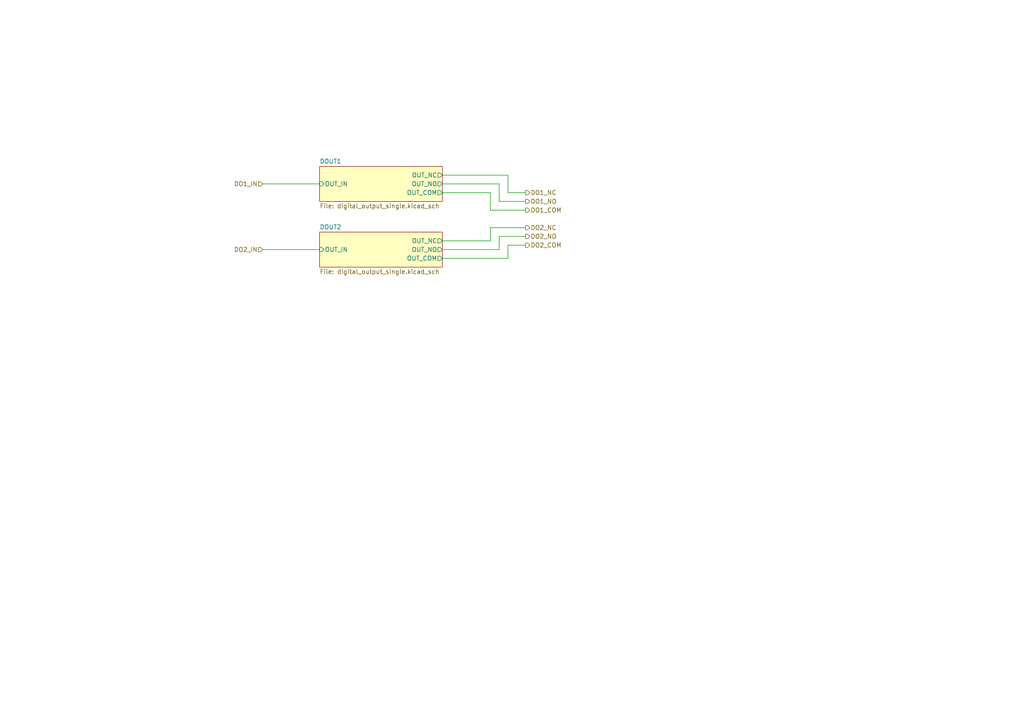
<source format=kicad_sch>
(kicad_sch
	(version 20231120)
	(generator "eeschema")
	(generator_version "8.0")
	(uuid "5c45ffd2-ec52-45f9-9504-6a5dea9be9ee")
	(paper "A4")
	(lib_symbols)
	(wire
		(pts
			(xy 128.27 50.8) (xy 147.32 50.8)
		)
		(stroke
			(width 0)
			(type default)
		)
		(uuid "10db2986-585f-42f6-9aa4-b1ed654c6efa")
	)
	(wire
		(pts
			(xy 142.24 69.85) (xy 142.24 66.04)
		)
		(stroke
			(width 0)
			(type default)
		)
		(uuid "147938d2-26c8-4e83-ab0d-5fea4f69d39e")
	)
	(wire
		(pts
			(xy 76.2 53.34) (xy 92.71 53.34)
		)
		(stroke
			(width 0)
			(type default)
		)
		(uuid "1e37df85-30e3-4dbf-9213-a8982f4304fc")
	)
	(wire
		(pts
			(xy 142.24 66.04) (xy 152.4 66.04)
		)
		(stroke
			(width 0)
			(type default)
		)
		(uuid "36fb4f24-2f68-4527-9822-09fda3325fea")
	)
	(wire
		(pts
			(xy 144.78 68.58) (xy 152.4 68.58)
		)
		(stroke
			(width 0)
			(type default)
		)
		(uuid "38b9e703-9d39-456f-92c3-9d1c14904975")
	)
	(wire
		(pts
			(xy 128.27 53.34) (xy 144.78 53.34)
		)
		(stroke
			(width 0)
			(type default)
		)
		(uuid "3e2eb7b8-7906-4c6b-a4ba-33534b134e6e")
	)
	(wire
		(pts
			(xy 142.24 55.88) (xy 142.24 60.96)
		)
		(stroke
			(width 0)
			(type default)
		)
		(uuid "41ac48ea-b96d-4adb-a8ba-7b4e2deed692")
	)
	(wire
		(pts
			(xy 128.27 55.88) (xy 142.24 55.88)
		)
		(stroke
			(width 0)
			(type default)
		)
		(uuid "5807f2f9-4c7c-4ced-a8ba-07c89c2cb020")
	)
	(wire
		(pts
			(xy 147.32 50.8) (xy 147.32 55.88)
		)
		(stroke
			(width 0)
			(type default)
		)
		(uuid "6e45ee4c-4b53-436d-9c85-8b7767e9aaa1")
	)
	(wire
		(pts
			(xy 128.27 74.93) (xy 147.32 74.93)
		)
		(stroke
			(width 0)
			(type default)
		)
		(uuid "6f41bd68-8459-40d5-93f9-3ef617543677")
	)
	(wire
		(pts
			(xy 142.24 60.96) (xy 152.4 60.96)
		)
		(stroke
			(width 0)
			(type default)
		)
		(uuid "84b9cdc6-479f-4914-be3b-74760450665c")
	)
	(wire
		(pts
			(xy 147.32 71.12) (xy 152.4 71.12)
		)
		(stroke
			(width 0)
			(type default)
		)
		(uuid "95503f7f-b14e-4fee-b157-2e6f1133818c")
	)
	(wire
		(pts
			(xy 128.27 72.39) (xy 144.78 72.39)
		)
		(stroke
			(width 0)
			(type default)
		)
		(uuid "a7e29deb-0e53-40a7-86b0-caad677f6f41")
	)
	(wire
		(pts
			(xy 128.27 69.85) (xy 142.24 69.85)
		)
		(stroke
			(width 0)
			(type default)
		)
		(uuid "ab4626c3-cd5c-4705-b780-c37513fd42b9")
	)
	(wire
		(pts
			(xy 147.32 55.88) (xy 152.4 55.88)
		)
		(stroke
			(width 0)
			(type default)
		)
		(uuid "afa1f2fb-d6fc-4b13-a86b-ed7722bee4fb")
	)
	(wire
		(pts
			(xy 76.2 72.39) (xy 92.71 72.39)
		)
		(stroke
			(width 0)
			(type default)
		)
		(uuid "b9b9636a-7b48-42f4-b1f0-f02dcb787792")
	)
	(wire
		(pts
			(xy 144.78 53.34) (xy 144.78 58.42)
		)
		(stroke
			(width 0)
			(type default)
		)
		(uuid "be066750-687f-4f52-bc2b-a72b3590aee2")
	)
	(wire
		(pts
			(xy 144.78 58.42) (xy 152.4 58.42)
		)
		(stroke
			(width 0)
			(type default)
		)
		(uuid "c851234b-0e32-43c1-a12a-41a6581680a0")
	)
	(wire
		(pts
			(xy 144.78 72.39) (xy 144.78 68.58)
		)
		(stroke
			(width 0)
			(type default)
		)
		(uuid "cb7e8a27-3083-4e2a-bca7-eadff9eeba5e")
	)
	(wire
		(pts
			(xy 147.32 74.93) (xy 147.32 71.12)
		)
		(stroke
			(width 0)
			(type default)
		)
		(uuid "da88da52-f57d-4a13-81ba-0cc251c084b0")
	)
	(hierarchical_label "DO1_IN"
		(shape input)
		(at 76.2 53.34 180)
		(fields_autoplaced yes)
		(effects
			(font
				(size 1.27 1.27)
			)
			(justify right)
		)
		(uuid "339a0c08-4ab7-47cf-b70e-015c1fc5995e")
	)
	(hierarchical_label "DO2_IN"
		(shape input)
		(at 76.2 72.39 180)
		(fields_autoplaced yes)
		(effects
			(font
				(size 1.27 1.27)
			)
			(justify right)
		)
		(uuid "669219cc-db29-4054-a701-3517581e2d3f")
	)
	(hierarchical_label "DO2_COM"
		(shape output)
		(at 152.4 71.12 0)
		(fields_autoplaced yes)
		(effects
			(font
				(size 1.27 1.27)
			)
			(justify left)
		)
		(uuid "8a04200e-ee87-4bce-a390-7062c2d77c3b")
	)
	(hierarchical_label "DO1_NO"
		(shape output)
		(at 152.4 58.42 0)
		(fields_autoplaced yes)
		(effects
			(font
				(size 1.27 1.27)
			)
			(justify left)
		)
		(uuid "c962e6c8-cb53-428b-8aa1-147feeedfc79")
	)
	(hierarchical_label "DO1_NC"
		(shape output)
		(at 152.4 55.88 0)
		(fields_autoplaced yes)
		(effects
			(font
				(size 1.27 1.27)
			)
			(justify left)
		)
		(uuid "d7bc66da-5a43-4881-8cff-2e7e257063af")
	)
	(hierarchical_label "DO2_NC"
		(shape output)
		(at 152.4 66.04 0)
		(fields_autoplaced yes)
		(effects
			(font
				(size 1.27 1.27)
			)
			(justify left)
		)
		(uuid "da56d7c3-68f6-487e-a569-f966cc613d64")
	)
	(hierarchical_label "DO2_NO"
		(shape output)
		(at 152.4 68.58 0)
		(fields_autoplaced yes)
		(effects
			(font
				(size 1.27 1.27)
			)
			(justify left)
		)
		(uuid "f1d6db49-9112-4bb5-9605-74b97a980eda")
	)
	(hierarchical_label "DO1_COM"
		(shape output)
		(at 152.4 60.96 0)
		(fields_autoplaced yes)
		(effects
			(font
				(size 1.27 1.27)
			)
			(justify left)
		)
		(uuid "f54dfee2-de5a-4998-b1db-7611f18718c8")
	)
	(sheet
		(at 92.71 67.31)
		(size 35.56 10.16)
		(fields_autoplaced yes)
		(stroke
			(width 0.1524)
			(type solid)
		)
		(fill
			(color 255 255 194 1.0000)
		)
		(uuid "3b4724af-5e0f-4268-8add-081fe7c242d8")
		(property "Sheetname" "DOUT2"
			(at 92.71 66.5984 0)
			(effects
				(font
					(size 1.27 1.27)
				)
				(justify left bottom)
			)
		)
		(property "Sheetfile" "digital_output_single.kicad_sch"
			(at 92.71 78.0546 0)
			(effects
				(font
					(size 1.27 1.27)
				)
				(justify left top)
			)
		)
		(pin "OUT_IN" input
			(at 92.71 72.39 180)
			(effects
				(font
					(size 1.27 1.27)
				)
				(justify left)
			)
			(uuid "5a22684b-269f-49a5-abac-48029222bb7d")
		)
		(pin "OUT_NC" output
			(at 128.27 69.85 0)
			(effects
				(font
					(size 1.27 1.27)
				)
				(justify right)
			)
			(uuid "df0d4e0d-576a-4505-b3b6-67ea178ac1dc")
		)
		(pin "OUT_NO" output
			(at 128.27 72.39 0)
			(effects
				(font
					(size 1.27 1.27)
				)
				(justify right)
			)
			(uuid "2f817ec9-a530-421b-9799-7a92da0199ed")
		)
		(pin "OUT_COM" output
			(at 128.27 74.93 0)
			(effects
				(font
					(size 1.27 1.27)
				)
				(justify right)
			)
			(uuid "b83996a1-e884-439a-9bbc-68598ad5949f")
		)
		(instances
			(project "main"
				(path "/c11d1dbc-4db9-4712-8d1d-5f6f7086cded/7d40f93b-18df-4406-a354-a8dac5c853e3"
					(page "26")
				)
			)
		)
	)
	(sheet
		(at 92.71 48.26)
		(size 35.56 10.16)
		(fields_autoplaced yes)
		(stroke
			(width 0.1524)
			(type solid)
		)
		(fill
			(color 255 255 194 1.0000)
		)
		(uuid "97aa0c6a-3040-4632-b51b-83025e12675d")
		(property "Sheetname" "DOUT1"
			(at 92.71 47.5484 0)
			(effects
				(font
					(size 1.27 1.27)
				)
				(justify left bottom)
			)
		)
		(property "Sheetfile" "digital_output_single.kicad_sch"
			(at 92.71 59.0046 0)
			(effects
				(font
					(size 1.27 1.27)
				)
				(justify left top)
			)
		)
		(pin "OUT_IN" input
			(at 92.71 53.34 180)
			(effects
				(font
					(size 1.27 1.27)
				)
				(justify left)
			)
			(uuid "7276de98-8c8c-4232-a575-422d5fc78bbb")
		)
		(pin "OUT_NC" output
			(at 128.27 50.8 0)
			(effects
				(font
					(size 1.27 1.27)
				)
				(justify right)
			)
			(uuid "d7d9a90a-55dc-4616-944f-f0fd95b9c4e9")
		)
		(pin "OUT_NO" output
			(at 128.27 53.34 0)
			(effects
				(font
					(size 1.27 1.27)
				)
				(justify right)
			)
			(uuid "d52b5cc3-f7f2-4496-b7ff-489786477f40")
		)
		(pin "OUT_COM" output
			(at 128.27 55.88 0)
			(effects
				(font
					(size 1.27 1.27)
				)
				(justify right)
			)
			(uuid "3dec07d9-e5e3-458a-a7ec-76f7eb53e782")
		)
		(instances
			(project "main"
				(path "/c11d1dbc-4db9-4712-8d1d-5f6f7086cded/7d40f93b-18df-4406-a354-a8dac5c853e3"
					(page "25")
				)
			)
		)
	)
)

</source>
